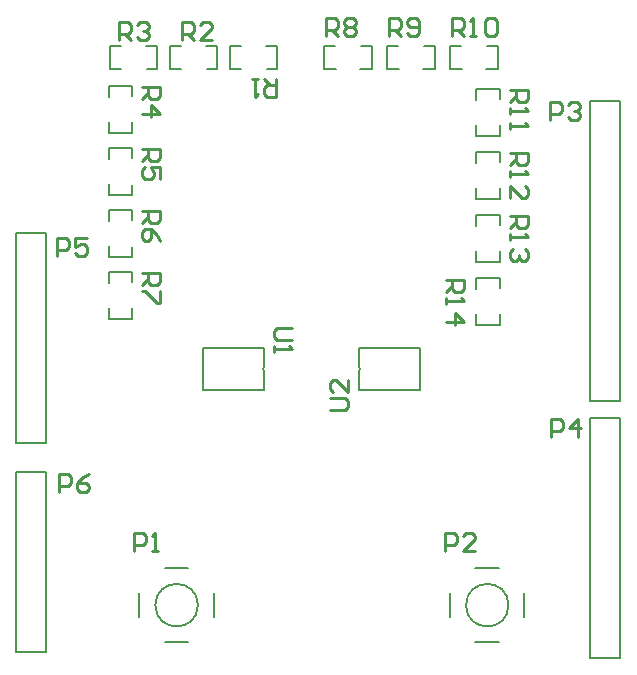
<source format=gto>
%FSLAX25Y25*%
%MOIN*%
G70*
G01*
G75*
%ADD10R,0.05200X0.05600*%
%ADD11R,0.05600X0.05200*%
%ADD12O,0.01181X0.03937*%
%ADD13R,0.01181X0.03937*%
%ADD14C,0.01000*%
%ADD15C,0.02500*%
%ADD16C,0.09843*%
%ADD17R,0.05906X0.05906*%
%ADD18C,0.05906*%
%ADD19C,0.05000*%
%ADD20C,0.00787*%
%ADD21C,0.00800*%
D14*
X42937Y38622D02*
Y44620D01*
X45936D01*
X46935Y43621D01*
Y41622D01*
X45936Y40622D01*
X42937D01*
X48935Y38622D02*
X50934D01*
X49934D01*
Y44620D01*
X48935Y43621D01*
X146480Y38622D02*
Y44620D01*
X149479D01*
X150479Y43621D01*
Y41622D01*
X149479Y40622D01*
X146480D01*
X156477Y38622D02*
X152478D01*
X156477Y42621D01*
Y43621D01*
X155477Y44620D01*
X153478D01*
X152478Y43621D01*
X181504Y182307D02*
Y188305D01*
X184503D01*
X185503Y187305D01*
Y185306D01*
X184503Y184306D01*
X181504D01*
X187502Y187305D02*
X188502Y188305D01*
X190501D01*
X191501Y187305D01*
Y186306D01*
X190501Y185306D01*
X189501D01*
X190501D01*
X191501Y184306D01*
Y183307D01*
X190501Y182307D01*
X188502D01*
X187502Y183307D01*
X181898Y76504D02*
Y82502D01*
X184897D01*
X185896Y81502D01*
Y79503D01*
X184897Y78503D01*
X181898D01*
X190895Y76504D02*
Y82502D01*
X187896Y79503D01*
X191894D01*
X17323Y137008D02*
Y143006D01*
X20322D01*
X21321Y142006D01*
Y140007D01*
X20322Y139007D01*
X17323D01*
X27320Y143006D02*
X23321D01*
Y140007D01*
X25320Y141007D01*
X26320D01*
X27320Y140007D01*
Y138008D01*
X26320Y137008D01*
X24321D01*
X23321Y138008D01*
X17717Y58268D02*
Y64266D01*
X20716D01*
X21715Y63266D01*
Y61267D01*
X20716Y60267D01*
X17717D01*
X27713Y64266D02*
X25714Y63266D01*
X23715Y61267D01*
Y59267D01*
X24714Y58268D01*
X26714D01*
X27713Y59267D01*
Y60267D01*
X26714Y61267D01*
X23715D01*
X90150Y195750D02*
Y189752D01*
X87151D01*
X86151Y190752D01*
Y192751D01*
X87151Y193751D01*
X90150D01*
X88151D02*
X86151Y195750D01*
X84152D02*
X82153D01*
X83152D01*
Y189752D01*
X84152Y190752D01*
X59000Y209000D02*
Y214998D01*
X61999D01*
X62999Y213998D01*
Y211999D01*
X61999Y210999D01*
X59000D01*
X60999D02*
X62999Y209000D01*
X68997D02*
X64998D01*
X68997Y212999D01*
Y213998D01*
X67997Y214998D01*
X65998D01*
X64998Y213998D01*
X38000Y209000D02*
Y214998D01*
X40999D01*
X41999Y213998D01*
Y211999D01*
X40999Y210999D01*
X38000D01*
X39999D02*
X41999Y209000D01*
X43998Y213998D02*
X44998Y214998D01*
X46997D01*
X47997Y213998D01*
Y212999D01*
X46997Y211999D01*
X45997D01*
X46997D01*
X47997Y210999D01*
Y210000D01*
X46997Y209000D01*
X44998D01*
X43998Y210000D01*
X45620Y193119D02*
X51618D01*
Y190120D01*
X50618Y189120D01*
X48619D01*
X47619Y190120D01*
Y193119D01*
Y191119D02*
X45620Y189120D01*
Y184121D02*
X51618D01*
X48619Y187120D01*
Y183122D01*
X45620Y172452D02*
X51618D01*
Y169453D01*
X50618Y168453D01*
X48619D01*
X47619Y169453D01*
Y172452D01*
Y170452D02*
X45620Y168453D01*
X51618Y162455D02*
Y166454D01*
X48619D01*
X49619Y164454D01*
Y163455D01*
X48619Y162455D01*
X46620D01*
X45620Y163455D01*
Y165454D01*
X46620Y166454D01*
X45620Y151785D02*
X51618D01*
Y148786D01*
X50618Y147786D01*
X48619D01*
X47619Y148786D01*
Y151785D01*
Y149786D02*
X45620Y147786D01*
X51618Y141788D02*
X50618Y143788D01*
X48619Y145787D01*
X46620D01*
X45620Y144788D01*
Y142788D01*
X46620Y141788D01*
X47619D01*
X48619Y142788D01*
Y145787D01*
X45620Y131119D02*
X51618D01*
Y128120D01*
X50618Y127120D01*
X48619D01*
X47619Y128120D01*
Y131119D01*
Y129119D02*
X45620Y127120D01*
X51618Y125120D02*
Y121122D01*
X50618D01*
X46620Y125120D01*
X45620D01*
X106850Y210250D02*
Y216248D01*
X109849D01*
X110849Y215248D01*
Y213249D01*
X109849Y212249D01*
X106850D01*
X108849D02*
X110849Y210250D01*
X112848Y215248D02*
X113848Y216248D01*
X115847D01*
X116847Y215248D01*
Y214249D01*
X115847Y213249D01*
X116847Y212249D01*
Y211250D01*
X115847Y210250D01*
X113848D01*
X112848Y211250D01*
Y212249D01*
X113848Y213249D01*
X112848Y214249D01*
Y215248D01*
X113848Y213249D02*
X115847D01*
X127850Y210250D02*
Y216248D01*
X130849D01*
X131849Y215248D01*
Y213249D01*
X130849Y212249D01*
X127850D01*
X129849D02*
X131849Y210250D01*
X133848Y211250D02*
X134848Y210250D01*
X136847D01*
X137847Y211250D01*
Y215248D01*
X136847Y216248D01*
X134848D01*
X133848Y215248D01*
Y214249D01*
X134848Y213249D01*
X137847D01*
X148850Y210250D02*
Y216248D01*
X151849D01*
X152849Y215248D01*
Y213249D01*
X151849Y212249D01*
X148850D01*
X150849D02*
X152849Y210250D01*
X154848D02*
X156847D01*
X155848D01*
Y216248D01*
X154848Y215248D01*
X159846D02*
X160846Y216248D01*
X162846D01*
X163845Y215248D01*
Y211250D01*
X162846Y210250D01*
X160846D01*
X159846Y211250D01*
Y215248D01*
X168124Y192150D02*
X174122D01*
Y189151D01*
X173122Y188151D01*
X171123D01*
X170123Y189151D01*
Y192150D01*
Y190151D02*
X168124Y188151D01*
Y186152D02*
Y184152D01*
Y185152D01*
X174122D01*
X173122Y186152D01*
X168124Y181154D02*
Y179154D01*
Y180154D01*
X174122D01*
X173122Y181154D01*
X168124Y171150D02*
X174122D01*
Y168151D01*
X173122Y167151D01*
X171123D01*
X170123Y168151D01*
Y171150D01*
Y169151D02*
X168124Y167151D01*
Y165152D02*
Y163153D01*
Y164152D01*
X174122D01*
X173122Y165152D01*
X168124Y156155D02*
Y160153D01*
X172123Y156155D01*
X173122D01*
X174122Y157155D01*
Y159154D01*
X173122Y160153D01*
X168124Y150150D02*
X174122D01*
Y147151D01*
X173122Y146151D01*
X171123D01*
X170123Y147151D01*
Y150150D01*
Y148151D02*
X168124Y146151D01*
Y144152D02*
Y142153D01*
Y143152D01*
X174122D01*
X173122Y144152D01*
Y139154D02*
X174122Y138154D01*
Y136154D01*
X173122Y135155D01*
X172123D01*
X171123Y136154D01*
Y137154D01*
Y136154D01*
X170123Y135155D01*
X169124D01*
X168124Y136154D01*
Y138154D01*
X169124Y139154D01*
X147000Y129000D02*
X152998D01*
Y126001D01*
X151998Y125001D01*
X149999D01*
X148999Y126001D01*
Y129000D01*
Y127001D02*
X147000Y125001D01*
Y123002D02*
Y121003D01*
Y122002D01*
X152998D01*
X151998Y123002D01*
X147000Y115005D02*
X152998D01*
X149999Y118004D01*
Y114005D01*
X95648Y112759D02*
X90650D01*
X89650Y111760D01*
Y109760D01*
X90650Y108761D01*
X95648D01*
X89650Y106762D02*
Y104762D01*
Y105762D01*
X95648D01*
X94648Y106762D01*
X108352Y85650D02*
X113350D01*
X114350Y86650D01*
Y88649D01*
X113350Y89649D01*
X108352D01*
X114350Y95647D02*
Y91648D01*
X110351Y95647D01*
X109352D01*
X108352Y94647D01*
Y92648D01*
X109352Y91648D01*
D20*
X64173Y20472D02*
G03*
X64173Y20472I-7087J0D01*
G01*
X167717D02*
G03*
X167717Y20472I-7087J0D01*
G01*
X117720Y98565D02*
G03*
X117720Y99844I0J640D01*
G01*
X86279Y99845D02*
G03*
X86279Y98565I0J-640D01*
G01*
X44685Y16535D02*
Y24409D01*
X53150Y8071D02*
X61024D01*
X69488Y16535D02*
Y24409D01*
X53150Y32874D02*
X61024D01*
X195000Y88465D02*
X205000D01*
X195000D02*
Y188465D01*
X205000D01*
Y180965D02*
Y188465D01*
Y88465D02*
Y180965D01*
X148228Y16535D02*
Y24409D01*
X156693Y8071D02*
X164567D01*
X173032Y16535D02*
Y24409D01*
X156693Y32874D02*
X164567D01*
X205000Y2953D02*
Y82953D01*
X195000D02*
X205000D01*
X195000Y2953D02*
Y82953D01*
Y2953D02*
X205000D01*
X3661Y74370D02*
X13661D01*
X3661D02*
Y144370D01*
X13661D01*
Y74370D02*
Y144370D01*
X3661Y4843D02*
Y64843D01*
X13661Y4843D02*
Y64843D01*
X3661D02*
X13661D01*
X3661Y4843D02*
X13661D01*
X117720Y92256D02*
X138193D01*
Y106154D01*
X117720D02*
X138193D01*
X117720Y99844D02*
Y106154D01*
Y92256D02*
Y98565D01*
X86279Y99844D02*
Y106154D01*
Y92256D02*
Y98565D01*
X65807Y92256D02*
X86279D01*
X65807D02*
Y106154D01*
X86279D01*
D21*
X74800Y199100D02*
Y206900D01*
X78700D01*
X74800Y199100D02*
X78400D01*
X90700D02*
Y206900D01*
X86800D02*
X90700D01*
X87100Y199100D02*
X90700D01*
X122200Y199100D02*
Y206900D01*
X118300Y199100D02*
X122200D01*
X118600Y206900D02*
X122200D01*
X106300Y199100D02*
Y206900D01*
Y199100D02*
X110200D01*
X106300Y206900D02*
X109900D01*
X54800Y199100D02*
Y206900D01*
X58700D01*
X54800Y199100D02*
X58400D01*
X70700D02*
Y206900D01*
X66800D02*
X70700D01*
X67100Y199100D02*
X70700D01*
X143200Y199100D02*
Y206900D01*
X139300Y199100D02*
X143200D01*
X139600Y206900D02*
X143200D01*
X127300Y199100D02*
Y206900D01*
Y199100D02*
X131200D01*
X127300Y206900D02*
X130900D01*
X34800Y199100D02*
Y206900D01*
X38700D01*
X34800Y199100D02*
X38400D01*
X50700D02*
Y206900D01*
X46800D02*
X50700D01*
X47100Y199100D02*
X50700D01*
X164200Y199100D02*
Y206900D01*
X160300Y199100D02*
X164200D01*
X160600Y206900D02*
X164200D01*
X148300Y199100D02*
Y206900D01*
Y199100D02*
X152200D01*
X148300Y206900D02*
X151900D01*
X34470Y177769D02*
X42270D01*
X34470D02*
Y181669D01*
X42270Y177769D02*
Y181369D01*
X34470Y193669D02*
X42270D01*
X34470Y189769D02*
Y193669D01*
X42270Y190069D02*
Y193669D01*
X156974Y176800D02*
X164774D01*
X156974D02*
Y180700D01*
X164774Y176800D02*
Y180400D01*
X156974Y192700D02*
X164774D01*
X156974Y188800D02*
Y192700D01*
X164774Y189100D02*
Y192700D01*
X34470Y157102D02*
X42270D01*
X34470D02*
Y161002D01*
X42270Y157102D02*
Y160702D01*
X34470Y173002D02*
X42270D01*
X34470Y169102D02*
Y173002D01*
X42270Y169402D02*
Y173002D01*
X156974Y155800D02*
X164774D01*
X156974D02*
Y159700D01*
X164774Y155800D02*
Y159400D01*
X156974Y171700D02*
X164774D01*
X156974Y167800D02*
Y171700D01*
X164774Y168100D02*
Y171700D01*
X34470Y136435D02*
X42270D01*
X34470D02*
Y140335D01*
X42270Y136435D02*
Y140035D01*
X34470Y152335D02*
X42270D01*
X34470Y148435D02*
Y152335D01*
X42270Y148735D02*
Y152335D01*
X156974Y134800D02*
X164774D01*
X156974D02*
Y138700D01*
X164774Y134800D02*
Y138400D01*
X156974Y150700D02*
X164774D01*
X156974Y146800D02*
Y150700D01*
X164774Y147100D02*
Y150700D01*
X34470Y115769D02*
X42270D01*
X34470D02*
Y119669D01*
X42270Y115769D02*
Y119369D01*
X34470Y131669D02*
X42270D01*
X34470Y127769D02*
Y131669D01*
X42270Y128069D02*
Y131669D01*
X156974Y113800D02*
X164774D01*
X156974D02*
Y117700D01*
X164774Y113800D02*
Y117400D01*
X156974Y129700D02*
X164774D01*
X156974Y125800D02*
Y129700D01*
X164774Y126100D02*
Y129700D01*
M02*

</source>
